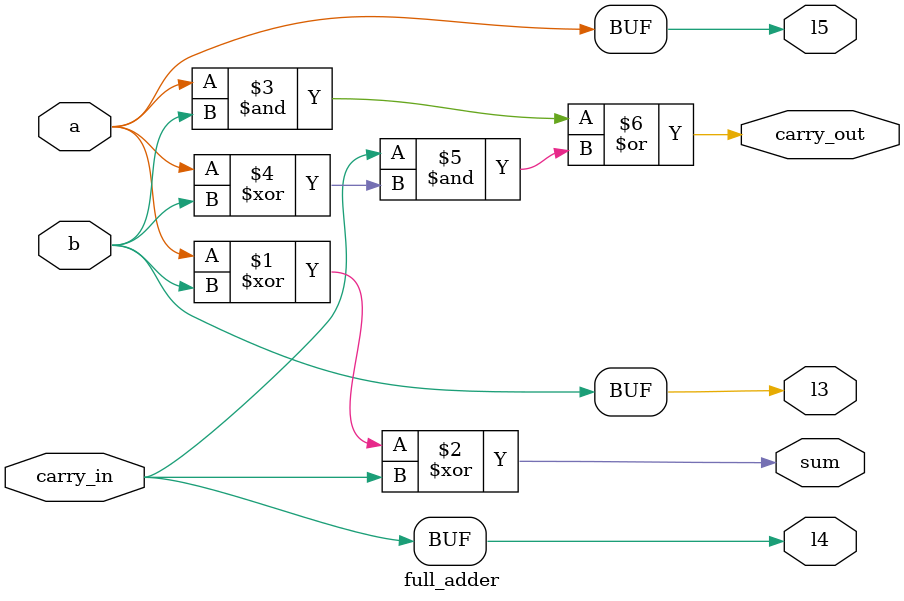
<source format=v>
module full_adder (
    input wire a,         // Wejście A (przycisk)
    input wire b,         // Wejście B (przycisk)
    input wire carry_in,  // Wejście przeniesienia (przycisk)
    output wire sum,      // Wyjście suma (dioda)
    output wire carry_out, // Wyjście przeniesienia (dioda)
    output wire l3,        // L3 dla B
    output wire l4,        // L4 dla carry_in
    output wire l5         // L5 dla A
);

    assign sum = a ^ b ^ carry_in;             // Obliczenie sumy
    assign carry_out = (a & b) | (carry_in & (a ^ b)); // Obliczenie przeniesienia
    assign l5 = a;                             // L5 pokazuje stan A
    assign l3 = b;                             // L3 pokazuje stan B
    assign l4 = carry_in;                      // L4 pokazuje stan carry_in

endmodule


</source>
